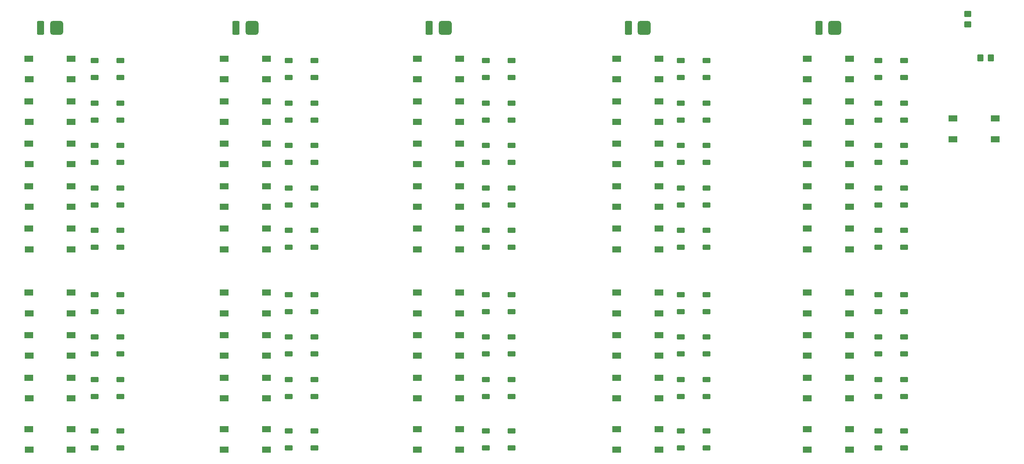
<source format=gbr>
%TF.GenerationSoftware,KiCad,Pcbnew,8.0.1*%
%TF.CreationDate,2024-04-27T00:37:19-05:00*%
%TF.ProjectId,ControlMixer,436f6e74-726f-46c4-9d69-7865722e6b69,rev?*%
%TF.SameCoordinates,Original*%
%TF.FileFunction,Paste,Top*%
%TF.FilePolarity,Positive*%
%FSLAX46Y46*%
G04 Gerber Fmt 4.6, Leading zero omitted, Abs format (unit mm)*
G04 Created by KiCad (PCBNEW 8.0.1) date 2024-04-27 00:37:19*
%MOMM*%
%LPD*%
G01*
G04 APERTURE LIST*
G04 Aperture macros list*
%AMRoundRect*
0 Rectangle with rounded corners*
0 $1 Rounding radius*
0 $2 $3 $4 $5 $6 $7 $8 $9 X,Y pos of 4 corners*
0 Add a 4 corners polygon primitive as box body*
4,1,4,$2,$3,$4,$5,$6,$7,$8,$9,$2,$3,0*
0 Add four circle primitives for the rounded corners*
1,1,$1+$1,$2,$3*
1,1,$1+$1,$4,$5*
1,1,$1+$1,$6,$7*
1,1,$1+$1,$8,$9*
0 Add four rect primitives between the rounded corners*
20,1,$1+$1,$2,$3,$4,$5,0*
20,1,$1+$1,$4,$5,$6,$7,0*
20,1,$1+$1,$6,$7,$8,$9,0*
20,1,$1+$1,$8,$9,$2,$3,0*%
G04 Aperture macros list end*
%ADD10RoundRect,0.250000X0.450000X-0.350000X0.450000X0.350000X-0.450000X0.350000X-0.450000X-0.350000X0*%
%ADD11RoundRect,0.250000X-0.350000X-0.450000X0.350000X-0.450000X0.350000X0.450000X-0.350000X0.450000X0*%
%ADD12RoundRect,0.250000X0.550000X0.250000X-0.550000X0.250000X-0.550000X-0.250000X0.550000X-0.250000X0*%
%ADD13R,1.800000X1.300000*%
%ADD14R,1.775000X1.300000*%
%ADD15RoundRect,0.250001X0.462499X1.074999X-0.462499X1.074999X-0.462499X-1.074999X0.462499X-1.074999X0*%
%ADD16RoundRect,0.438598X0.811402X0.886402X-0.811402X0.886402X-0.811402X-0.886402X0.811402X-0.886402X0*%
G04 APERTURE END LIST*
D10*
%TO.C,R4*%
X237500000Y-52500000D03*
X237500000Y-50500000D03*
%TD*%
D11*
%TO.C,R3*%
X240000000Y-59000000D03*
X242000000Y-59000000D03*
%TD*%
D12*
%TO.C,D90*%
X72989064Y-134855000D03*
X72989064Y-131555000D03*
X67989064Y-134855000D03*
X67989064Y-131555000D03*
%TD*%
%TO.C,D89*%
X72989064Y-124855000D03*
X72989064Y-121555000D03*
X67989064Y-124855000D03*
X67989064Y-121555000D03*
%TD*%
%TO.C,D88*%
X72989064Y-116595000D03*
X72989064Y-113295000D03*
X67989064Y-116595000D03*
X67989064Y-113295000D03*
%TD*%
%TO.C,D87*%
X72989064Y-108335000D03*
X72989064Y-105035000D03*
X67989064Y-108335000D03*
X67989064Y-105035000D03*
%TD*%
%TO.C,D86*%
X72989064Y-95875000D03*
X72989064Y-92575000D03*
X67989064Y-95875000D03*
X67989064Y-92575000D03*
%TD*%
%TO.C,D85*%
X72989064Y-87615000D03*
X72989064Y-84315000D03*
X67989064Y-87615000D03*
X67989064Y-84315000D03*
%TD*%
%TO.C,D84*%
X72989064Y-79355000D03*
X72989064Y-76055000D03*
X67989064Y-79355000D03*
X67989064Y-76055000D03*
%TD*%
%TO.C,D83*%
X72989064Y-71095000D03*
X72989064Y-67795000D03*
X67989064Y-71095000D03*
X67989064Y-67795000D03*
%TD*%
%TO.C,D82*%
X72989064Y-62835000D03*
X72989064Y-59535000D03*
X67989064Y-62835000D03*
X67989064Y-59535000D03*
%TD*%
%TO.C,D81*%
X110712500Y-134855000D03*
X110712500Y-131555000D03*
X105712500Y-134855000D03*
X105712500Y-131555000D03*
%TD*%
%TO.C,D80*%
X110712500Y-124855000D03*
X110712500Y-121555000D03*
X105712500Y-124855000D03*
X105712500Y-121555000D03*
%TD*%
%TO.C,D79*%
X110712500Y-116595000D03*
X110712500Y-113295000D03*
X105712500Y-116595000D03*
X105712500Y-113295000D03*
%TD*%
%TO.C,D78*%
X110712500Y-108335000D03*
X110712500Y-105035000D03*
X105712500Y-108335000D03*
X105712500Y-105035000D03*
%TD*%
%TO.C,D77*%
X110712500Y-95875000D03*
X110712500Y-92575000D03*
X105712500Y-95875000D03*
X105712500Y-92575000D03*
%TD*%
%TO.C,D76*%
X110712500Y-87615000D03*
X110712500Y-84315000D03*
X105712500Y-87615000D03*
X105712500Y-84315000D03*
%TD*%
%TO.C,D75*%
X110712500Y-79355000D03*
X110712500Y-76055000D03*
X105712500Y-79355000D03*
X105712500Y-76055000D03*
%TD*%
%TO.C,D74*%
X110712500Y-71095000D03*
X110712500Y-67795000D03*
X105712500Y-71095000D03*
X105712500Y-67795000D03*
%TD*%
%TO.C,D73*%
X110712500Y-62835000D03*
X110712500Y-59535000D03*
X105712500Y-62835000D03*
X105712500Y-59535000D03*
%TD*%
%TO.C,D72*%
X149001562Y-134855000D03*
X149001562Y-131555000D03*
X144001562Y-134855000D03*
X144001562Y-131555000D03*
%TD*%
%TO.C,D71*%
X149001562Y-124855000D03*
X149001562Y-121555000D03*
X144001562Y-124855000D03*
X144001562Y-121555000D03*
%TD*%
%TO.C,D70*%
X149001562Y-116595000D03*
X149001562Y-113295000D03*
X144001562Y-116595000D03*
X144001562Y-113295000D03*
%TD*%
%TO.C,D69*%
X149001562Y-108335000D03*
X149001562Y-105035000D03*
X144001562Y-108335000D03*
X144001562Y-105035000D03*
%TD*%
%TO.C,D68*%
X149001562Y-95875000D03*
X149001562Y-92575000D03*
X144001562Y-95875000D03*
X144001562Y-92575000D03*
%TD*%
%TO.C,D67*%
X149001562Y-87615000D03*
X149001562Y-84315000D03*
X144001562Y-87615000D03*
X144001562Y-84315000D03*
%TD*%
%TO.C,D66*%
X149001562Y-79355000D03*
X149001562Y-76055000D03*
X144001562Y-79355000D03*
X144001562Y-76055000D03*
%TD*%
%TO.C,D65*%
X149001562Y-71095000D03*
X149001562Y-67795000D03*
X144001562Y-71095000D03*
X144001562Y-67795000D03*
%TD*%
%TO.C,D64*%
X149001562Y-62835000D03*
X149001562Y-59535000D03*
X144001562Y-62835000D03*
X144001562Y-59535000D03*
%TD*%
%TO.C,D63*%
X186800000Y-134855000D03*
X186800000Y-131555000D03*
X181800000Y-134855000D03*
X181800000Y-131555000D03*
%TD*%
%TO.C,D62*%
X186800000Y-124855000D03*
X186800000Y-121555000D03*
X181800000Y-124855000D03*
X181800000Y-121555000D03*
%TD*%
%TO.C,D61*%
X186800000Y-116595000D03*
X186800000Y-113295000D03*
X181800000Y-116595000D03*
X181800000Y-113295000D03*
%TD*%
%TO.C,D60*%
X186800000Y-108335000D03*
X186800000Y-105035000D03*
X181800000Y-108335000D03*
X181800000Y-105035000D03*
%TD*%
%TO.C,D59*%
X186800000Y-95875000D03*
X186800000Y-92575000D03*
X181800000Y-95875000D03*
X181800000Y-92575000D03*
%TD*%
%TO.C,D58*%
X186800000Y-87615000D03*
X186800000Y-84315000D03*
X181800000Y-87615000D03*
X181800000Y-84315000D03*
%TD*%
%TO.C,D57*%
X186800000Y-79355000D03*
X186800000Y-76055000D03*
X181800000Y-79355000D03*
X181800000Y-76055000D03*
%TD*%
%TO.C,D56*%
X186800000Y-71095000D03*
X186800000Y-67795000D03*
X181800000Y-71095000D03*
X181800000Y-67795000D03*
%TD*%
%TO.C,D55*%
X186800000Y-62835000D03*
X186800000Y-59535000D03*
X181800000Y-62835000D03*
X181800000Y-59535000D03*
%TD*%
%TO.C,D54*%
X225185936Y-134855000D03*
X225185936Y-131555000D03*
X220185936Y-134855000D03*
X220185936Y-131555000D03*
%TD*%
%TO.C,D53*%
X225185936Y-124855000D03*
X225185936Y-121555000D03*
X220185936Y-124855000D03*
X220185936Y-121555000D03*
%TD*%
%TO.C,D52*%
X225185936Y-116595000D03*
X225185936Y-113295000D03*
X220185936Y-116595000D03*
X220185936Y-113295000D03*
%TD*%
%TO.C,D51*%
X225185936Y-108335000D03*
X225185936Y-105035000D03*
X220185936Y-108335000D03*
X220185936Y-105035000D03*
%TD*%
%TO.C,D50*%
X225185936Y-95875000D03*
X225185936Y-92575000D03*
X220185936Y-95875000D03*
X220185936Y-92575000D03*
%TD*%
%TO.C,D49*%
X225185936Y-87615000D03*
X225185936Y-84315000D03*
X220185936Y-87615000D03*
X220185936Y-84315000D03*
%TD*%
%TO.C,D48*%
X225185936Y-79355000D03*
X225185936Y-76055000D03*
X220185936Y-79355000D03*
X220185936Y-76055000D03*
%TD*%
%TO.C,D47*%
X225185936Y-71095000D03*
X225185936Y-67795000D03*
X220185936Y-71095000D03*
X220185936Y-67795000D03*
%TD*%
%TO.C,D46*%
X225185936Y-62835000D03*
X225185936Y-59535000D03*
X220185936Y-62835000D03*
X220185936Y-59535000D03*
%TD*%
D13*
%TO.C,SW31*%
X169362500Y-108685000D03*
D14*
X169350000Y-104685000D03*
D13*
X177562500Y-108685000D03*
X177562500Y-104685000D03*
%TD*%
%TO.C,SW37*%
X206362500Y-87965000D03*
D14*
X206350000Y-83965000D03*
D13*
X214562500Y-87965000D03*
X214562500Y-83965000D03*
%TD*%
%TO.C,SW39*%
X206362500Y-108685000D03*
D14*
X206350000Y-104685000D03*
D13*
X214562500Y-108685000D03*
X214562500Y-104685000D03*
%TD*%
%TO.C,SW3*%
X55289064Y-71445000D03*
D14*
X55276564Y-67445000D03*
D13*
X63489064Y-71445000D03*
X63489064Y-67445000D03*
%TD*%
%TO.C,SW24*%
X130712500Y-116945000D03*
D14*
X130700000Y-112945000D03*
D13*
X138912500Y-116945000D03*
X138912500Y-112945000D03*
%TD*%
%TO.C,SW41*%
X206362500Y-125205000D03*
D14*
X206350000Y-121205000D03*
D13*
X214562500Y-125205000D03*
X214562500Y-121205000D03*
%TD*%
%TO.C,SW9*%
X55289064Y-125205000D03*
D14*
X55276564Y-121205000D03*
D13*
X63489064Y-125205000D03*
X63489064Y-121205000D03*
%TD*%
%TO.C,SW35*%
X206362500Y-71445000D03*
D14*
X206350000Y-67445000D03*
D13*
X214562500Y-71445000D03*
X214562500Y-67445000D03*
%TD*%
%TO.C,SW42*%
X55289064Y-135205000D03*
D14*
X55276564Y-131205000D03*
D13*
X63489064Y-135205000D03*
X63489064Y-131205000D03*
%TD*%
%TO.C,SW30*%
X169362500Y-96225000D03*
D14*
X169350000Y-92225000D03*
D13*
X177562500Y-96225000D03*
X177562500Y-92225000D03*
%TD*%
%TO.C,SW5*%
X55289064Y-87965000D03*
D14*
X55276564Y-83965000D03*
D13*
X63489064Y-87965000D03*
X63489064Y-83965000D03*
%TD*%
%TO.C,SW29*%
X169362500Y-87965000D03*
D14*
X169350000Y-83965000D03*
D13*
X177562500Y-87965000D03*
X177562500Y-83965000D03*
%TD*%
%TO.C,SW17*%
X93212500Y-125205000D03*
D14*
X93200000Y-121205000D03*
D13*
X101412500Y-125205000D03*
X101412500Y-121205000D03*
%TD*%
D15*
%TO.C,D93*%
X132975000Y-53205000D03*
D16*
X136065000Y-53205000D03*
%TD*%
D13*
%TO.C,SW12*%
X93212500Y-79705000D03*
D14*
X93200000Y-75705000D03*
D13*
X101412500Y-79705000D03*
X101412500Y-75705000D03*
%TD*%
%TO.C,SW46*%
X206362500Y-135205000D03*
D14*
X206350000Y-131205000D03*
D13*
X214562500Y-135205000D03*
X214562500Y-131205000D03*
%TD*%
%TO.C,SW16*%
X93212500Y-116945000D03*
D14*
X93200000Y-112945000D03*
D13*
X101412500Y-116945000D03*
X101412500Y-112945000D03*
%TD*%
%TO.C,SW33*%
X169362500Y-125205000D03*
D14*
X169350000Y-121205000D03*
D13*
X177562500Y-125205000D03*
X177562500Y-121205000D03*
%TD*%
D15*
%TO.C,D95*%
X208625000Y-53205000D03*
D16*
X211715000Y-53205000D03*
%TD*%
D13*
%TO.C,SW25*%
X130712500Y-125205000D03*
D14*
X130700000Y-121205000D03*
D13*
X138912500Y-125205000D03*
X138912500Y-121205000D03*
%TD*%
%TO.C,SW43*%
X93212500Y-135205000D03*
D14*
X93200000Y-131205000D03*
D13*
X101412500Y-135205000D03*
X101412500Y-131205000D03*
%TD*%
%TO.C,SW4*%
X55289064Y-79705000D03*
D14*
X55276564Y-75705000D03*
D13*
X63489064Y-79705000D03*
X63489064Y-75705000D03*
%TD*%
%TO.C,SW20*%
X130712500Y-79705000D03*
D14*
X130700000Y-75705000D03*
D13*
X138912500Y-79705000D03*
X138912500Y-75705000D03*
%TD*%
%TO.C,SW21*%
X130712500Y-87965000D03*
D14*
X130700000Y-83965000D03*
D13*
X138912500Y-87965000D03*
X138912500Y-83965000D03*
%TD*%
D15*
%TO.C,D91*%
X57551564Y-53205000D03*
D16*
X60641564Y-53205000D03*
%TD*%
D13*
%TO.C,SW34*%
X214562500Y-63185000D03*
X206362500Y-63185000D03*
D14*
X206350000Y-59185000D03*
D13*
X214562500Y-59185000D03*
%TD*%
%TO.C,SW6*%
X55289064Y-96225000D03*
D14*
X55276564Y-92225000D03*
D13*
X63489064Y-96225000D03*
X63489064Y-92225000D03*
%TD*%
%TO.C,SW7*%
X55289064Y-108685000D03*
D14*
X55276564Y-104685000D03*
D13*
X63489064Y-108685000D03*
X63489064Y-104685000D03*
%TD*%
%TO.C,SW15*%
X93212500Y-108685000D03*
D14*
X93200000Y-104685000D03*
D13*
X101412500Y-108685000D03*
X101412500Y-104685000D03*
%TD*%
%TO.C,SW2*%
X55289064Y-63185000D03*
D14*
X55276564Y-59185000D03*
D13*
X63489064Y-63185000D03*
X63489064Y-59185000D03*
%TD*%
%TO.C,SW11*%
X93212500Y-71445000D03*
D14*
X93200000Y-67445000D03*
D13*
X101412500Y-71445000D03*
X101412500Y-67445000D03*
%TD*%
D15*
%TO.C,D94*%
X171625000Y-53205000D03*
D16*
X174715000Y-53205000D03*
%TD*%
D13*
%TO.C,SW28*%
X169362500Y-79705000D03*
D14*
X169350000Y-75705000D03*
D13*
X177562500Y-79705000D03*
X177562500Y-75705000D03*
%TD*%
%TO.C,SW14*%
X93212500Y-96225000D03*
D14*
X93200000Y-92225000D03*
D13*
X101412500Y-96225000D03*
X101412500Y-92225000D03*
%TD*%
%TO.C,SW32*%
X169362500Y-116945000D03*
D14*
X169350000Y-112945000D03*
D13*
X177562500Y-116945000D03*
X177562500Y-112945000D03*
%TD*%
%TO.C,SW36*%
X206362500Y-79705000D03*
D14*
X206350000Y-75705000D03*
D13*
X214562500Y-79705000D03*
X214562500Y-75705000D03*
%TD*%
D15*
%TO.C,D92*%
X95475000Y-53205000D03*
D16*
X98565000Y-53205000D03*
%TD*%
D13*
%TO.C,SW40*%
X206362500Y-116945000D03*
D14*
X206350000Y-112945000D03*
D13*
X214562500Y-116945000D03*
X214562500Y-112945000D03*
%TD*%
%TO.C,SW1*%
X234650000Y-70805000D03*
X242850000Y-70805000D03*
X234650000Y-74805000D03*
D14*
X242862500Y-74805000D03*
%TD*%
D13*
%TO.C,SW22*%
X130712500Y-96225000D03*
D14*
X130700000Y-92225000D03*
D13*
X138912500Y-96225000D03*
X138912500Y-92225000D03*
%TD*%
%TO.C,SW8*%
X55289064Y-116945000D03*
D14*
X55276564Y-112945000D03*
D13*
X63489064Y-116945000D03*
X63489064Y-112945000D03*
%TD*%
%TO.C,SW10*%
X101412500Y-63185000D03*
X93212500Y-63185000D03*
D14*
X93200000Y-59185000D03*
D13*
X101412500Y-59185000D03*
%TD*%
%TO.C,SW45*%
X169362500Y-135205000D03*
D14*
X169350000Y-131205000D03*
D13*
X177562500Y-135205000D03*
X177562500Y-131205000D03*
%TD*%
%TO.C,SW18*%
X138912500Y-63185000D03*
X130712500Y-63185000D03*
D14*
X130700000Y-59185000D03*
D13*
X138912500Y-59185000D03*
%TD*%
%TO.C,SW26*%
X177562500Y-63185000D03*
X169362500Y-63185000D03*
D14*
X169350000Y-59185000D03*
D13*
X177562500Y-59185000D03*
%TD*%
%TO.C,SW38*%
X206362500Y-96225000D03*
D14*
X206350000Y-92225000D03*
D13*
X214562500Y-96225000D03*
X214562500Y-92225000D03*
%TD*%
%TO.C,SW13*%
X93212500Y-87965000D03*
D14*
X93200000Y-83965000D03*
D13*
X101412500Y-87965000D03*
X101412500Y-83965000D03*
%TD*%
%TO.C,SW23*%
X130712500Y-108685000D03*
D14*
X130700000Y-104685000D03*
D13*
X138912500Y-108685000D03*
X138912500Y-104685000D03*
%TD*%
%TO.C,SW19*%
X130712500Y-71445000D03*
D14*
X130700000Y-67445000D03*
D13*
X138912500Y-71445000D03*
X138912500Y-67445000D03*
%TD*%
%TO.C,SW44*%
X130712500Y-135205000D03*
D14*
X130700000Y-131205000D03*
D13*
X138912500Y-135205000D03*
X138912500Y-131205000D03*
%TD*%
%TO.C,SW27*%
X169362500Y-71445000D03*
D14*
X169350000Y-67445000D03*
D13*
X177562500Y-71445000D03*
X177562500Y-67445000D03*
%TD*%
M02*

</source>
